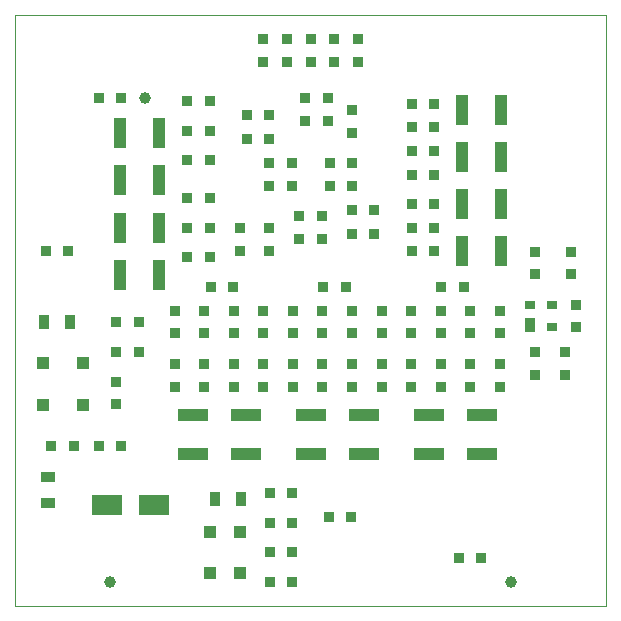
<source format=gbp>
G04 #@! TF.GenerationSoftware,KiCad,Pcbnew,(5.1.0)-1*
G04 #@! TF.CreationDate,2019-04-02T21:11:50+01:00*
G04 #@! TF.ProjectId,uCODEC-1.0,75434f44-4543-42d3-912e-302e6b696361,1.0*
G04 #@! TF.SameCoordinates,PX7de2900PY7365040*
G04 #@! TF.FileFunction,Paste,Bot*
G04 #@! TF.FilePolarity,Positive*
%FSLAX46Y46*%
G04 Gerber Fmt 4.6, Leading zero omitted, Abs format (unit mm)*
G04 Created by KiCad (PCBNEW (5.1.0)-1) date 2019-04-02 21:11:50*
%MOMM*%
%LPD*%
G04 APERTURE LIST*
%ADD10C,0.100000*%
%ADD11C,1.000000*%
%ADD12R,0.900000X0.900000*%
%ADD13R,0.900000X0.800000*%
%ADD14R,0.900000X1.200000*%
%ADD15R,2.500000X1.100000*%
%ADD16R,0.900000X1.300000*%
%ADD17R,1.100000X2.500000*%
%ADD18R,1.000000X1.000000*%
%ADD19R,1.300000X0.900000*%
%ADD20R,2.500000X1.700000*%
G04 APERTURE END LIST*
D10*
X0Y50000000D02*
X0Y0D01*
X50000000Y50000000D02*
X0Y50000000D01*
X50000000Y0D02*
X50000000Y50000000D01*
X0Y0D02*
X50000000Y0D01*
D11*
X42000000Y2000000D03*
X8000000Y2000000D03*
X11000000Y43000000D03*
D12*
X44000000Y19550000D03*
X44000000Y21450000D03*
D13*
X45400000Y23550000D03*
X45400000Y25450000D03*
X43600000Y25450000D03*
D14*
X43600000Y23750000D03*
D12*
X37550000Y4000000D03*
X39450000Y4000000D03*
X24000000Y32950000D03*
X24000000Y31050000D03*
X47500000Y25450000D03*
X47500000Y23550000D03*
X46500000Y19550000D03*
X46500000Y21450000D03*
X37950000Y27000000D03*
X36050000Y27000000D03*
X18500000Y20450000D03*
X18500000Y18550000D03*
X36000000Y23050000D03*
X36000000Y24950000D03*
X38500000Y23050000D03*
X38500000Y24950000D03*
X16000000Y23050000D03*
X16000000Y24950000D03*
X18500000Y23050000D03*
X18500000Y24950000D03*
X18450000Y27000000D03*
X16550000Y27000000D03*
X16000000Y18550000D03*
X16000000Y20450000D03*
D15*
X35000000Y12850000D03*
X35000000Y16150000D03*
X39500000Y16150000D03*
X39500000Y12850000D03*
X15000000Y12850000D03*
X15000000Y16150000D03*
X19500000Y16150000D03*
X19500000Y12850000D03*
D12*
X21550000Y2000000D03*
X23450000Y2000000D03*
D16*
X16900000Y9000000D03*
X19100000Y9000000D03*
D12*
X44000000Y29950000D03*
X44000000Y28050000D03*
X23450000Y4500000D03*
X21550000Y4500000D03*
X10450000Y24000000D03*
X8550000Y24000000D03*
D15*
X29500000Y12850000D03*
X29500000Y16150000D03*
X25000000Y16150000D03*
X25000000Y12850000D03*
D12*
X33550000Y30000000D03*
X35450000Y30000000D03*
X33550000Y34000000D03*
X35450000Y34000000D03*
X33550000Y36500000D03*
X35450000Y36500000D03*
X33550000Y40500000D03*
X35450000Y40500000D03*
X16450000Y32000000D03*
X14550000Y32000000D03*
X35450000Y38500000D03*
X33550000Y38500000D03*
X35450000Y42500000D03*
X33550000Y42500000D03*
X14550000Y40200000D03*
X16450000Y40200000D03*
X35450000Y32000000D03*
X33550000Y32000000D03*
X47000000Y28050000D03*
X47000000Y29950000D03*
X16450000Y29500000D03*
X14550000Y29500000D03*
X16450000Y34500000D03*
X14550000Y34500000D03*
X2550000Y30000000D03*
X4450000Y30000000D03*
X14550000Y37700000D03*
X16450000Y37700000D03*
X8950000Y43000000D03*
X7050000Y43000000D03*
X16450000Y42700000D03*
X14550000Y42700000D03*
D17*
X12150000Y36000000D03*
X8850000Y36000000D03*
X8850000Y32000000D03*
X12150000Y32000000D03*
X37850000Y34000000D03*
X41150000Y34000000D03*
X41150000Y38000000D03*
X37850000Y38000000D03*
X37850000Y30000000D03*
X41150000Y30000000D03*
X8850000Y28000000D03*
X12150000Y28000000D03*
X12150000Y40000000D03*
X8850000Y40000000D03*
X41150000Y42000000D03*
X37850000Y42000000D03*
D18*
X16500000Y2800000D03*
X16500000Y6200000D03*
X19000000Y2800000D03*
X19000000Y6200000D03*
D12*
X33500000Y24950000D03*
X33500000Y23050000D03*
X41000000Y23050000D03*
X41000000Y24950000D03*
X26000000Y24950000D03*
X26000000Y23050000D03*
X36000000Y18550000D03*
X36000000Y20450000D03*
X28500000Y18550000D03*
X28500000Y20450000D03*
X26000000Y20450000D03*
X26000000Y18550000D03*
X26500000Y42950000D03*
X26500000Y41050000D03*
X19600000Y39500000D03*
X21500000Y39500000D03*
X21500000Y41500000D03*
X19600000Y41500000D03*
X8550000Y21500000D03*
X10450000Y21500000D03*
X38500000Y18550000D03*
X38500000Y20450000D03*
X13500000Y23050000D03*
X13500000Y24950000D03*
X21000000Y24950000D03*
X21000000Y23050000D03*
X33500000Y18550000D03*
X33500000Y20450000D03*
X41000000Y20450000D03*
X41000000Y18550000D03*
X23000000Y46050000D03*
X23000000Y47950000D03*
D16*
X2400000Y24000000D03*
X4600000Y24000000D03*
D12*
X21550000Y9500000D03*
X23450000Y9500000D03*
X23500000Y18550000D03*
X23500000Y20450000D03*
X23500000Y24950000D03*
X23500000Y23050000D03*
X8950000Y13500000D03*
X7050000Y13500000D03*
X3050000Y13500000D03*
X4950000Y13500000D03*
X21550000Y7000000D03*
X23450000Y7000000D03*
X25000000Y47950000D03*
X25000000Y46050000D03*
X27000000Y47950000D03*
X27000000Y46050000D03*
X29000000Y47950000D03*
X29000000Y46050000D03*
X21000000Y47950000D03*
X21000000Y46050000D03*
X26000000Y31050000D03*
X26000000Y32950000D03*
X21000000Y18550000D03*
X21000000Y20450000D03*
X13500000Y18550000D03*
X13500000Y20450000D03*
X31000000Y23050000D03*
X31000000Y24950000D03*
X31000000Y18550000D03*
X31000000Y20450000D03*
X27950000Y27000000D03*
X26050000Y27000000D03*
X28500000Y24950000D03*
X28500000Y23050000D03*
X26550000Y7500000D03*
X28450000Y7500000D03*
X24500000Y41050000D03*
X24500000Y42950000D03*
X8500000Y18950000D03*
X8500000Y17050000D03*
X28500000Y41950000D03*
X28500000Y40050000D03*
X26600000Y35500000D03*
X28500000Y35500000D03*
X26600000Y37500000D03*
X28500000Y37500000D03*
X21500000Y30050000D03*
X21500000Y31950000D03*
X19000000Y30050000D03*
X19000000Y31950000D03*
X30400000Y33500000D03*
X28500000Y33500000D03*
X30400000Y31500000D03*
X28500000Y31500000D03*
X23400000Y35500000D03*
X21500000Y35500000D03*
X23400000Y37500000D03*
X21500000Y37500000D03*
D19*
X2775000Y10860000D03*
X2775000Y8660000D03*
D18*
X5700000Y17000000D03*
X2300000Y17000000D03*
X5700000Y20500000D03*
X2300000Y20500000D03*
D20*
X7760000Y8490000D03*
X11760000Y8490000D03*
M02*

</source>
